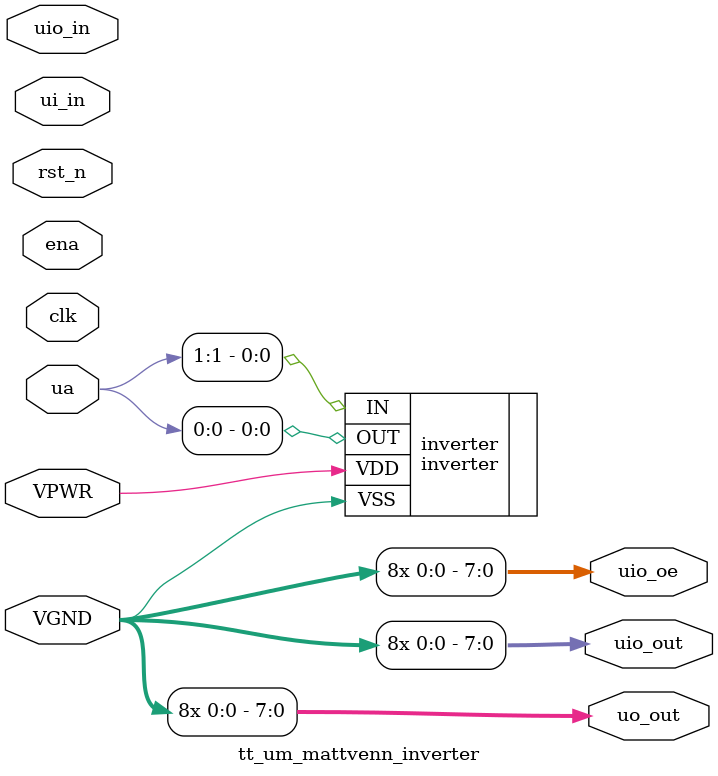
<source format=v>

`default_nettype none


module tt_um_mattvenn_inverter (
    input  wire       VGND,
    input  wire       VPWR,
    input  wire [7:0] ui_in,    // Dedicated inputs
    output wire [7:0] uo_out,   // Dedicated outputs
    input  wire [7:0] uio_in,   // IOs: Input path
    output wire [7:0] uio_out,  // IOs: Output path
    output wire [7:0] uio_oe,   // IOs: Enable path (active high: 0=input, 1=output)
    inout  wire [7:0] ua, // analog pins
    input  wire       ena,      // will go high when the design is enabled
    input  wire       clk,      // clock
    input  wire       rst_n     // reset_n - low to reset
);

    inverter inverter (
        .VDD(VPWR),
        .VSS(VGND),
        .OUT(ua[0]),
        .IN(ua[1])
        );

    // ties for the output enables
    assign uo_out[0] = VGND;
    assign uo_out[1] = VGND;
    assign uo_out[2] = VGND;
    assign uo_out[3] = VGND;
    assign uo_out[4] = VGND;
    assign uo_out[5] = VGND;
    assign uo_out[6] = VGND;
    assign uo_out[7] = VGND;

    assign uio_out[0] = VGND;
    assign uio_out[1] = VGND;
    assign uio_out[2] = VGND;
    assign uio_out[3] = VGND;
    assign uio_out[4] = VGND;
    assign uio_out[5] = VGND;
    assign uio_out[6] = VGND;
    assign uio_out[7] = VGND;

    assign uio_oe[0] = VGND;
    assign uio_oe[1] = VGND;
    assign uio_oe[2] = VGND;
    assign uio_oe[3] = VGND;
    assign uio_oe[4] = VGND;
    assign uio_oe[5] = VGND;
    assign uio_oe[6] = VGND;
    assign uio_oe[7] = VGND;

endmodule

</source>
